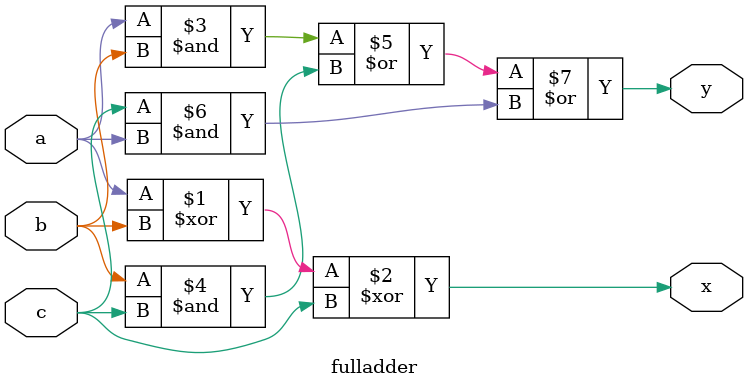
<source format=v>
 module fulladder(x,y,a,b,c);
	output x,y;
	input a,b,c;
	assign x=a^b^c;
    	assign y=a&b|b&c|c&a;
endmodule



</source>
